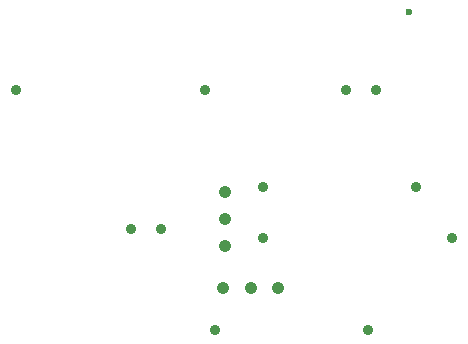
<source format=gbr>
G04 Generated by Ultiboard 14.2 *
%FSLAX33Y33*%
%MOMM*%

%ADD10C,0.001*%
%ADD11C,0.889*%
%ADD12C,0.600*%
%ADD13C,1.067*%
%ADD14C,0.900*%


G04 ColorRGB 000000 for the following layer *
%LNDrill-Copper Top-Copper Bottom*%
%LPD*%
G54D11*
X50297Y49169D03*
X47757Y49169D03*
X68580Y60960D03*
X66040Y60960D03*
G54D12*
X71374Y67564D03*
G54D13*
X55724Y50000D03*
X55724Y47700D03*
X55724Y52300D03*
X57924Y44134D03*
X55624Y44134D03*
X60224Y44134D03*
G54D14*
X74935Y48369D03*
X58935Y48369D03*
X71935Y52693D03*
X58935Y52693D03*
X67869Y40561D03*
X54869Y40561D03*
X54100Y60960D03*
X38100Y60960D03*

M02*

</source>
